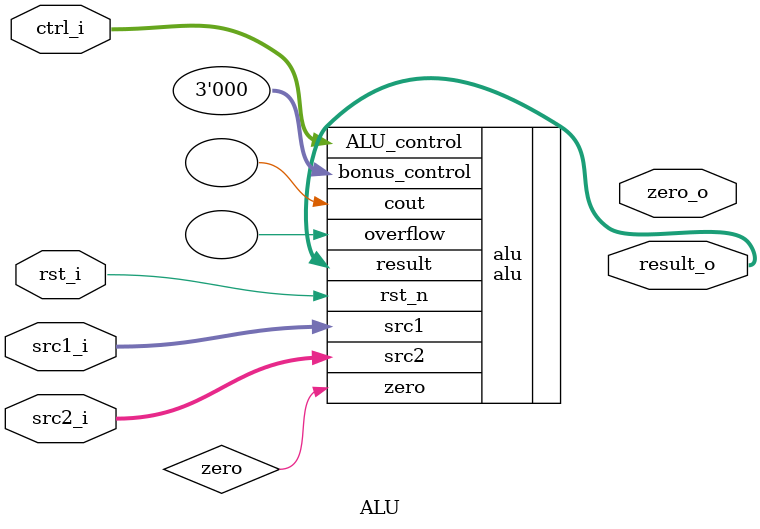
<source format=v>

module ALU(
    rst_i,
    src1_i,
    src2_i,
    ctrl_i,
    result_o,
    zero_o
);
     
//I/O ports
input               rst_i;
input   [32-1:0]    src1_i;
input   [32-1:0]    src2_i;
input   [4-1:0]     ctrl_i;

output  [32-1:0]    result_o;
output              zero_o;

//Internal signals
wire    [32-1:0]    result_o;
wire                zero_o;

//Parameter
alu alu(
    .rst_n(rst_i),
    .src1(src1_i),
    .src2(src2_i),
    .ALU_control(ctrl_i),
    .bonus_control(3'b000),
    .result(result_o),
    .zero(zero),
    .cout(),
    .overflow()
);

//Main function

endmodule





                    
                    

</source>
